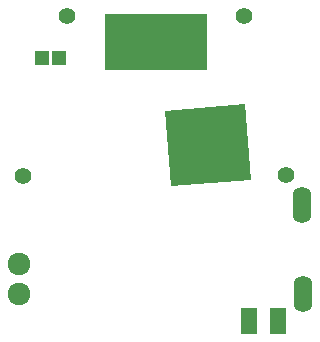
<source format=gbs>
G04 #@! TF.FileFunction,Soldermask,Bot*
%FSLAX46Y46*%
G04 Gerber Fmt 4.6, Leading zero omitted, Abs format (unit mm)*
G04 Created by KiCad (PCBNEW 4.0.5+dfsg1-4) date Sun Sep  3 17:31:00 2017*
%MOMM*%
%LPD*%
G01*
G04 APERTURE LIST*
%ADD10C,0.100000*%
%ADD11R,1.400000X2.200000*%
%ADD12O,1.600000X3.100000*%
%ADD13C,1.400000*%
%ADD14R,8.700000X4.800000*%
%ADD15C,1.924000*%
%ADD16R,1.200000X1.150000*%
G04 APERTURE END LIST*
D10*
D11*
X117321000Y-84876000D03*
X119821000Y-84876000D03*
D12*
X121900000Y-82600000D03*
X121800000Y-75100000D03*
D10*
G36*
X110761550Y-73456896D02*
X110259412Y-67076625D01*
X117038450Y-66543104D01*
X117540588Y-72923375D01*
X110761550Y-73456896D01*
X110761550Y-73456896D01*
G37*
D13*
X116900000Y-59100000D03*
X120500000Y-72500000D03*
X98200000Y-72600000D03*
X101900000Y-59100000D03*
D14*
X109500000Y-61300000D03*
D15*
X97870000Y-82590000D03*
X97870000Y-80050000D03*
D16*
X101287000Y-62651000D03*
X99787000Y-62651000D03*
M02*

</source>
